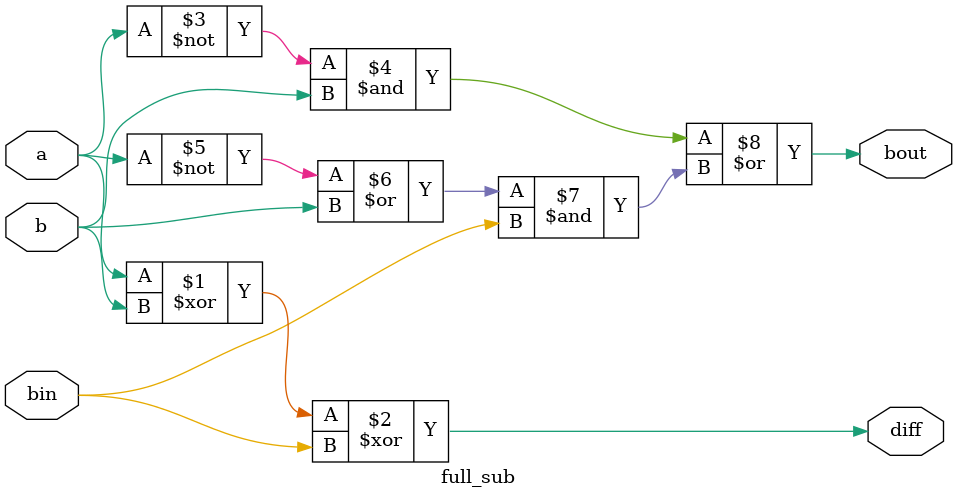
<source format=v>
`timescale 1ns / 1ps


module full_sub(
    input a,b,bin,
    output diff,bout
    );
    
    assign diff = a ^ b ^ bin;
    assign bout = (~a & b) | ((~a | b) & bin);
endmodule

</source>
